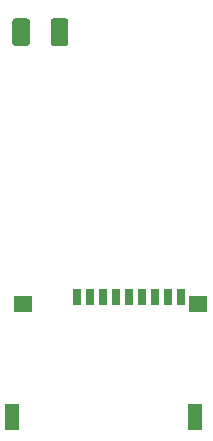
<source format=gbp>
G04 #@! TF.GenerationSoftware,KiCad,Pcbnew,(5.1.10)-1*
G04 #@! TF.CreationDate,2021-08-06T13:08:38+02:00*
G04 #@! TF.ProjectId,esp32,65737033-322e-46b6-9963-61645f706362,rev?*
G04 #@! TF.SameCoordinates,Original*
G04 #@! TF.FileFunction,Paste,Bot*
G04 #@! TF.FilePolarity,Positive*
%FSLAX46Y46*%
G04 Gerber Fmt 4.6, Leading zero omitted, Abs format (unit mm)*
G04 Created by KiCad (PCBNEW (5.1.10)-1) date 2021-08-06 13:08:38*
%MOMM*%
%LPD*%
G01*
G04 APERTURE LIST*
%ADD10R,1.600000X1.400000*%
%ADD11R,1.200000X2.200000*%
%ADD12R,0.700000X1.400000*%
G04 APERTURE END LIST*
D10*
X105565000Y-89822000D03*
D11*
X105315000Y-99422000D03*
X89815000Y-99422000D03*
D10*
X90715000Y-89822000D03*
D12*
X104115000Y-89222000D03*
X103015000Y-89222000D03*
X101915000Y-89222000D03*
X100815000Y-89222000D03*
X99715000Y-89222000D03*
X98615000Y-89222000D03*
X97515000Y-89222000D03*
X96415000Y-89222000D03*
X95315000Y-89222000D03*
G36*
G01*
X89827000Y-67727000D02*
X89827000Y-65877000D01*
G75*
G02*
X90077000Y-65627000I250000J0D01*
G01*
X91077000Y-65627000D01*
G75*
G02*
X91327000Y-65877000I0J-250000D01*
G01*
X91327000Y-67727000D01*
G75*
G02*
X91077000Y-67977000I-250000J0D01*
G01*
X90077000Y-67977000D01*
G75*
G02*
X89827000Y-67727000I0J250000D01*
G01*
G37*
G36*
G01*
X93077000Y-67727000D02*
X93077000Y-65877000D01*
G75*
G02*
X93327000Y-65627000I250000J0D01*
G01*
X94327000Y-65627000D01*
G75*
G02*
X94577000Y-65877000I0J-250000D01*
G01*
X94577000Y-67727000D01*
G75*
G02*
X94327000Y-67977000I-250000J0D01*
G01*
X93327000Y-67977000D01*
G75*
G02*
X93077000Y-67727000I0J250000D01*
G01*
G37*
M02*

</source>
